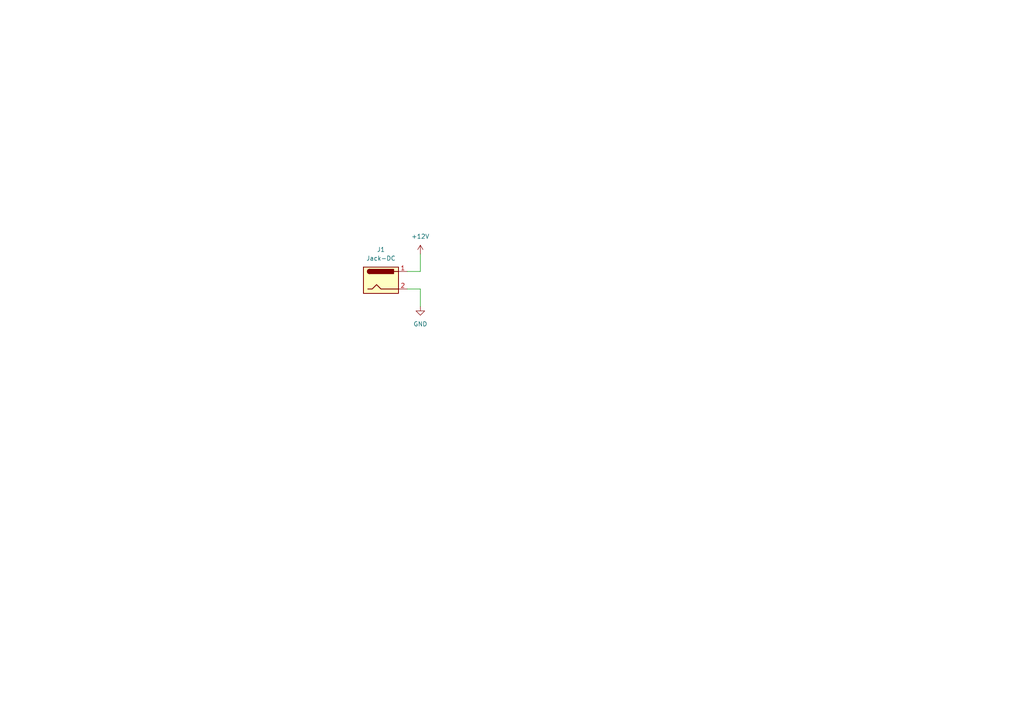
<source format=kicad_sch>
(kicad_sch (version 20250114) (generator "eeschema") (generator_version "9.0")
  (paper "A4")
  (lib_symbols
    (symbol "Connector:Jack-DC" (pin_names (offset 1.016))
      (property "Reference" "J" (at 0 5.334 0))
      (property "Value" "Jack-DC" (at 0 -5.08 0))
      (symbol "Jack-DC_0_1"
        (rectangle (start -5.08 3.81) (end 5.08 -3.81) (stroke (width 0.254)) (fill (type background)))
        (polyline (pts (xy -3.81 -2.54) (xy -2.54 -2.54) (xy -1.27 -1.27) (xy 0 -2.54) (xy 2.54 -2.54) (xy 5.08 -2.54)) (stroke (width 0.254)))
        (arc (start -3.302 1.905) (mid -3.9343 2.54) (end -3.302 3.175) (stroke (width 0.254)))
        (arc (start -3.302 1.905) (mid -3.9343 2.54) (end -3.302 3.175) (stroke (width 0.254)) (fill (type outline)))
        (rectangle (start 3.683 3.175) (end -3.302 1.905) (stroke (width 0.254)) (fill (type outline)))
        (polyline (pts (xy 5.08 2.54) (xy 3.81 2.54)) (stroke (width 0.254)))
      )
      (symbol "Jack-DC_1_1"
        (pin passive line (at 7.62 2.54 180) (length 2.54) (name "~") (number "1"))
        (pin passive line (at 7.62 -2.54 180) (length 2.54) (name "~") (number "2"))
      )
    )
    (symbol "power:+12V" (power) (pin_numbers (hide yes)) (pin_names (offset 0) (hide yes))
      (property "Value" "+12V" (at 0 3.556 0))
      (symbol "+12V_0_1"
        (polyline (pts (xy -0.762 1.27) (xy 0 2.54)))
        (polyline (pts (xy 0 2.54) (xy 0.762 1.27)))
        (polyline (pts (xy 0 0) (xy 0 2.54)))
      )
      (symbol "+12V_1_1"
        (pin power_in line (at 0 0 90) (length 0) (name "~") (number "1"))
      )
    )
    (symbol "power:GND" (power) (pin_numbers (hide yes)) (pin_names (offset 0) (hide yes))
      (property "Value" "GND" (at 0 -3.81 0))
      (symbol "GND_0_1"
        (polyline (pts (xy 0 0) (xy 0 -1.27) (xy 1.27 -1.27) (xy 0 -2.54) (xy -1.27 -1.27) (xy 0 -1.27)))
      )
      (symbol "GND_1_1"
        (pin power_in line (at 0 0 270) (length 0) (name "~") (number "1"))
      )
    )
  )
  (wire (pts (xy 121.92 88.9) (xy 121.92 83.82)))
  (wire (pts (xy 118.11 78.74) (xy 121.92 78.74)))
  (wire (pts (xy 121.92 78.74) (xy 121.92 73.66)))
  (wire (pts (xy 121.92 83.82) (xy 118.11 83.82)))
  (symbol (lib_id "power:+12V") (at 121.92 73.66 0) (unit 1)
    (property "Reference" "#PWR01" (effects (hide yes)))
    (property "Value" "+12V" (at 121.92 68.58 0))
    (property "Description" "Power symbol creates a global label with name \"+12V\"" (effects (hide yes)))
  )
  (symbol (lib_id "power:GND") (at 121.92 88.9 0) (unit 1)
    (property "Reference" "#PWR02" (effects (hide yes)))
    (property "Value" "GND" (at 121.92 93.98 0))
    (property "Description" "Power symbol creates a global label with name \"GND\" , ground" (effects (hide yes)))
  )
  (symbol (lib_id "Connector:Jack-DC") (at 110.49 81.28 0) (unit 1)
    (property "Reference" "J1" (at 110.49 72.39 0))
    (property "Value" "Jack-DC" (at 110.49 74.93 0))
    (property "Description" "DC Barrel Jack" (effects (hide yes)))
  )
)
</source>
